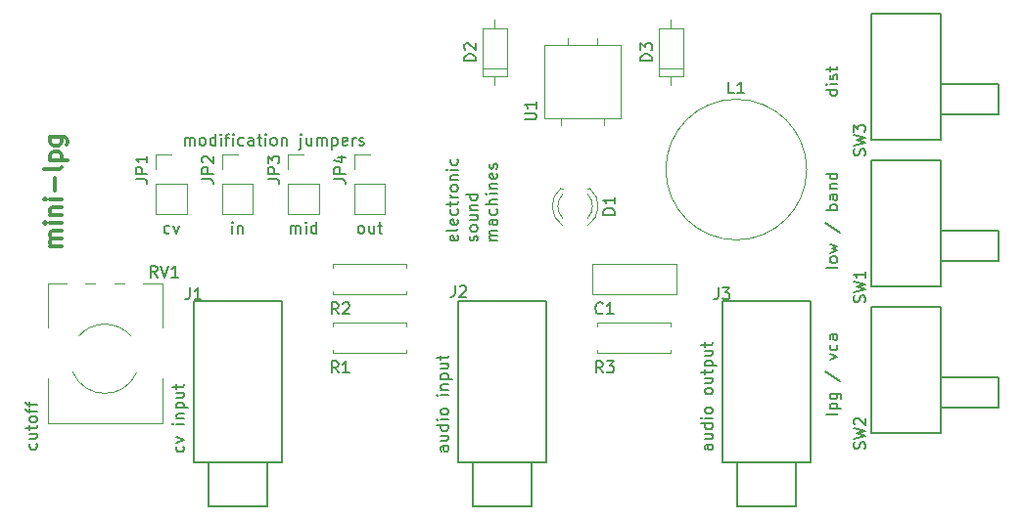
<source format=gto>
G04 #@! TF.FileFunction,Legend,Top*
%FSLAX46Y46*%
G04 Gerber Fmt 4.6, Leading zero omitted, Abs format (unit mm)*
G04 Created by KiCad (PCBNEW 4.0.7) date Monday 10 September 2018 20:38:50*
%MOMM*%
%LPD*%
G01*
G04 APERTURE LIST*
%ADD10C,0.100000*%
%ADD11C,0.200000*%
%ADD12C,0.300000*%
%ADD13C,0.120000*%
%ADD14C,0.150000*%
G04 APERTURE END LIST*
D10*
D11*
X170154762Y-59070952D02*
X170202381Y-59166190D01*
X170202381Y-59356667D01*
X170154762Y-59451905D01*
X170059524Y-59499524D01*
X169678571Y-59499524D01*
X169583333Y-59451905D01*
X169535714Y-59356667D01*
X169535714Y-59166190D01*
X169583333Y-59070952D01*
X169678571Y-59023333D01*
X169773810Y-59023333D01*
X169869048Y-59499524D01*
X170202381Y-58451905D02*
X170154762Y-58547143D01*
X170059524Y-58594762D01*
X169202381Y-58594762D01*
X170154762Y-57689999D02*
X170202381Y-57785237D01*
X170202381Y-57975714D01*
X170154762Y-58070952D01*
X170059524Y-58118571D01*
X169678571Y-58118571D01*
X169583333Y-58070952D01*
X169535714Y-57975714D01*
X169535714Y-57785237D01*
X169583333Y-57689999D01*
X169678571Y-57642380D01*
X169773810Y-57642380D01*
X169869048Y-58118571D01*
X170154762Y-56785237D02*
X170202381Y-56880475D01*
X170202381Y-57070952D01*
X170154762Y-57166190D01*
X170107143Y-57213809D01*
X170011905Y-57261428D01*
X169726190Y-57261428D01*
X169630952Y-57213809D01*
X169583333Y-57166190D01*
X169535714Y-57070952D01*
X169535714Y-56880475D01*
X169583333Y-56785237D01*
X169535714Y-56499523D02*
X169535714Y-56118571D01*
X169202381Y-56356666D02*
X170059524Y-56356666D01*
X170154762Y-56309047D01*
X170202381Y-56213809D01*
X170202381Y-56118571D01*
X170202381Y-55785237D02*
X169535714Y-55785237D01*
X169726190Y-55785237D02*
X169630952Y-55737618D01*
X169583333Y-55689999D01*
X169535714Y-55594761D01*
X169535714Y-55499522D01*
X170202381Y-55023332D02*
X170154762Y-55118570D01*
X170107143Y-55166189D01*
X170011905Y-55213808D01*
X169726190Y-55213808D01*
X169630952Y-55166189D01*
X169583333Y-55118570D01*
X169535714Y-55023332D01*
X169535714Y-54880474D01*
X169583333Y-54785236D01*
X169630952Y-54737617D01*
X169726190Y-54689998D01*
X170011905Y-54689998D01*
X170107143Y-54737617D01*
X170154762Y-54785236D01*
X170202381Y-54880474D01*
X170202381Y-55023332D01*
X169535714Y-54261427D02*
X170202381Y-54261427D01*
X169630952Y-54261427D02*
X169583333Y-54213808D01*
X169535714Y-54118570D01*
X169535714Y-53975712D01*
X169583333Y-53880474D01*
X169678571Y-53832855D01*
X170202381Y-53832855D01*
X170202381Y-53356665D02*
X169535714Y-53356665D01*
X169202381Y-53356665D02*
X169250000Y-53404284D01*
X169297619Y-53356665D01*
X169250000Y-53309046D01*
X169202381Y-53356665D01*
X169297619Y-53356665D01*
X170154762Y-52451903D02*
X170202381Y-52547141D01*
X170202381Y-52737618D01*
X170154762Y-52832856D01*
X170107143Y-52880475D01*
X170011905Y-52928094D01*
X169726190Y-52928094D01*
X169630952Y-52880475D01*
X169583333Y-52832856D01*
X169535714Y-52737618D01*
X169535714Y-52547141D01*
X169583333Y-52451903D01*
X171854762Y-59499524D02*
X171902381Y-59404286D01*
X171902381Y-59213810D01*
X171854762Y-59118571D01*
X171759524Y-59070952D01*
X171711905Y-59070952D01*
X171616667Y-59118571D01*
X171569048Y-59213810D01*
X171569048Y-59356667D01*
X171521429Y-59451905D01*
X171426190Y-59499524D01*
X171378571Y-59499524D01*
X171283333Y-59451905D01*
X171235714Y-59356667D01*
X171235714Y-59213810D01*
X171283333Y-59118571D01*
X171902381Y-58499524D02*
X171854762Y-58594762D01*
X171807143Y-58642381D01*
X171711905Y-58690000D01*
X171426190Y-58690000D01*
X171330952Y-58642381D01*
X171283333Y-58594762D01*
X171235714Y-58499524D01*
X171235714Y-58356666D01*
X171283333Y-58261428D01*
X171330952Y-58213809D01*
X171426190Y-58166190D01*
X171711905Y-58166190D01*
X171807143Y-58213809D01*
X171854762Y-58261428D01*
X171902381Y-58356666D01*
X171902381Y-58499524D01*
X171235714Y-57309047D02*
X171902381Y-57309047D01*
X171235714Y-57737619D02*
X171759524Y-57737619D01*
X171854762Y-57690000D01*
X171902381Y-57594762D01*
X171902381Y-57451904D01*
X171854762Y-57356666D01*
X171807143Y-57309047D01*
X171235714Y-56832857D02*
X171902381Y-56832857D01*
X171330952Y-56832857D02*
X171283333Y-56785238D01*
X171235714Y-56690000D01*
X171235714Y-56547142D01*
X171283333Y-56451904D01*
X171378571Y-56404285D01*
X171902381Y-56404285D01*
X171902381Y-55499523D02*
X170902381Y-55499523D01*
X171854762Y-55499523D02*
X171902381Y-55594761D01*
X171902381Y-55785238D01*
X171854762Y-55880476D01*
X171807143Y-55928095D01*
X171711905Y-55975714D01*
X171426190Y-55975714D01*
X171330952Y-55928095D01*
X171283333Y-55880476D01*
X171235714Y-55785238D01*
X171235714Y-55594761D01*
X171283333Y-55499523D01*
X173602381Y-59451905D02*
X172935714Y-59451905D01*
X173030952Y-59451905D02*
X172983333Y-59404286D01*
X172935714Y-59309048D01*
X172935714Y-59166190D01*
X172983333Y-59070952D01*
X173078571Y-59023333D01*
X173602381Y-59023333D01*
X173078571Y-59023333D02*
X172983333Y-58975714D01*
X172935714Y-58880476D01*
X172935714Y-58737619D01*
X172983333Y-58642381D01*
X173078571Y-58594762D01*
X173602381Y-58594762D01*
X173602381Y-57690000D02*
X173078571Y-57690000D01*
X172983333Y-57737619D01*
X172935714Y-57832857D01*
X172935714Y-58023334D01*
X172983333Y-58118572D01*
X173554762Y-57690000D02*
X173602381Y-57785238D01*
X173602381Y-58023334D01*
X173554762Y-58118572D01*
X173459524Y-58166191D01*
X173364286Y-58166191D01*
X173269048Y-58118572D01*
X173221429Y-58023334D01*
X173221429Y-57785238D01*
X173173810Y-57690000D01*
X173554762Y-56785238D02*
X173602381Y-56880476D01*
X173602381Y-57070953D01*
X173554762Y-57166191D01*
X173507143Y-57213810D01*
X173411905Y-57261429D01*
X173126190Y-57261429D01*
X173030952Y-57213810D01*
X172983333Y-57166191D01*
X172935714Y-57070953D01*
X172935714Y-56880476D01*
X172983333Y-56785238D01*
X173602381Y-56356667D02*
X172602381Y-56356667D01*
X173602381Y-55928095D02*
X173078571Y-55928095D01*
X172983333Y-55975714D01*
X172935714Y-56070952D01*
X172935714Y-56213810D01*
X172983333Y-56309048D01*
X173030952Y-56356667D01*
X173602381Y-55451905D02*
X172935714Y-55451905D01*
X172602381Y-55451905D02*
X172650000Y-55499524D01*
X172697619Y-55451905D01*
X172650000Y-55404286D01*
X172602381Y-55451905D01*
X172697619Y-55451905D01*
X172935714Y-54975715D02*
X173602381Y-54975715D01*
X173030952Y-54975715D02*
X172983333Y-54928096D01*
X172935714Y-54832858D01*
X172935714Y-54690000D01*
X172983333Y-54594762D01*
X173078571Y-54547143D01*
X173602381Y-54547143D01*
X173554762Y-53690000D02*
X173602381Y-53785238D01*
X173602381Y-53975715D01*
X173554762Y-54070953D01*
X173459524Y-54118572D01*
X173078571Y-54118572D01*
X172983333Y-54070953D01*
X172935714Y-53975715D01*
X172935714Y-53785238D01*
X172983333Y-53690000D01*
X173078571Y-53642381D01*
X173173810Y-53642381D01*
X173269048Y-54118572D01*
X173554762Y-53261429D02*
X173602381Y-53166191D01*
X173602381Y-52975715D01*
X173554762Y-52880476D01*
X173459524Y-52832857D01*
X173411905Y-52832857D01*
X173316667Y-52880476D01*
X173269048Y-52975715D01*
X173269048Y-53118572D01*
X173221429Y-53213810D01*
X173126190Y-53261429D01*
X173078571Y-53261429D01*
X172983333Y-53213810D01*
X172935714Y-53118572D01*
X172935714Y-52975715D01*
X172983333Y-52880476D01*
D12*
X135933571Y-59959286D02*
X134933571Y-59959286D01*
X135076429Y-59959286D02*
X135005000Y-59887858D01*
X134933571Y-59745000D01*
X134933571Y-59530715D01*
X135005000Y-59387858D01*
X135147857Y-59316429D01*
X135933571Y-59316429D01*
X135147857Y-59316429D02*
X135005000Y-59245000D01*
X134933571Y-59102143D01*
X134933571Y-58887858D01*
X135005000Y-58745000D01*
X135147857Y-58673572D01*
X135933571Y-58673572D01*
X135933571Y-57959286D02*
X134933571Y-57959286D01*
X134433571Y-57959286D02*
X134505000Y-58030715D01*
X134576429Y-57959286D01*
X134505000Y-57887858D01*
X134433571Y-57959286D01*
X134576429Y-57959286D01*
X134933571Y-57245000D02*
X135933571Y-57245000D01*
X135076429Y-57245000D02*
X135005000Y-57173572D01*
X134933571Y-57030714D01*
X134933571Y-56816429D01*
X135005000Y-56673572D01*
X135147857Y-56602143D01*
X135933571Y-56602143D01*
X135933571Y-55887857D02*
X134933571Y-55887857D01*
X134433571Y-55887857D02*
X134505000Y-55959286D01*
X134576429Y-55887857D01*
X134505000Y-55816429D01*
X134433571Y-55887857D01*
X134576429Y-55887857D01*
X135362143Y-55173571D02*
X135362143Y-54030714D01*
X135933571Y-53102142D02*
X135862143Y-53245000D01*
X135719286Y-53316428D01*
X134433571Y-53316428D01*
X134933571Y-52530714D02*
X136433571Y-52530714D01*
X135005000Y-52530714D02*
X134933571Y-52387857D01*
X134933571Y-52102143D01*
X135005000Y-51959286D01*
X135076429Y-51887857D01*
X135219286Y-51816428D01*
X135647857Y-51816428D01*
X135790714Y-51887857D01*
X135862143Y-51959286D01*
X135933571Y-52102143D01*
X135933571Y-52387857D01*
X135862143Y-52530714D01*
X134933571Y-50530714D02*
X136147857Y-50530714D01*
X136290714Y-50602143D01*
X136362143Y-50673571D01*
X136433571Y-50816428D01*
X136433571Y-51030714D01*
X136362143Y-51173571D01*
X135862143Y-50530714D02*
X135933571Y-50673571D01*
X135933571Y-50959285D01*
X135862143Y-51102143D01*
X135790714Y-51173571D01*
X135647857Y-51245000D01*
X135219286Y-51245000D01*
X135076429Y-51173571D01*
X135005000Y-51102143D01*
X134933571Y-50959285D01*
X134933571Y-50673571D01*
X135005000Y-50530714D01*
D11*
X203017381Y-46434285D02*
X202017381Y-46434285D01*
X202969762Y-46434285D02*
X203017381Y-46529523D01*
X203017381Y-46720000D01*
X202969762Y-46815238D01*
X202922143Y-46862857D01*
X202826905Y-46910476D01*
X202541190Y-46910476D01*
X202445952Y-46862857D01*
X202398333Y-46815238D01*
X202350714Y-46720000D01*
X202350714Y-46529523D01*
X202398333Y-46434285D01*
X203017381Y-45958095D02*
X202350714Y-45958095D01*
X202017381Y-45958095D02*
X202065000Y-46005714D01*
X202112619Y-45958095D01*
X202065000Y-45910476D01*
X202017381Y-45958095D01*
X202112619Y-45958095D01*
X202969762Y-45529524D02*
X203017381Y-45434286D01*
X203017381Y-45243810D01*
X202969762Y-45148571D01*
X202874524Y-45100952D01*
X202826905Y-45100952D01*
X202731667Y-45148571D01*
X202684048Y-45243810D01*
X202684048Y-45386667D01*
X202636429Y-45481905D01*
X202541190Y-45529524D01*
X202493571Y-45529524D01*
X202398333Y-45481905D01*
X202350714Y-45386667D01*
X202350714Y-45243810D01*
X202398333Y-45148571D01*
X202350714Y-44815238D02*
X202350714Y-44434286D01*
X202017381Y-44672381D02*
X202874524Y-44672381D01*
X202969762Y-44624762D01*
X203017381Y-44529524D01*
X203017381Y-44434286D01*
X203017381Y-61737382D02*
X202969762Y-61832620D01*
X202874524Y-61880239D01*
X202017381Y-61880239D01*
X203017381Y-61213572D02*
X202969762Y-61308810D01*
X202922143Y-61356429D01*
X202826905Y-61404048D01*
X202541190Y-61404048D01*
X202445952Y-61356429D01*
X202398333Y-61308810D01*
X202350714Y-61213572D01*
X202350714Y-61070714D01*
X202398333Y-60975476D01*
X202445952Y-60927857D01*
X202541190Y-60880238D01*
X202826905Y-60880238D01*
X202922143Y-60927857D01*
X202969762Y-60975476D01*
X203017381Y-61070714D01*
X203017381Y-61213572D01*
X202350714Y-60546905D02*
X203017381Y-60356429D01*
X202541190Y-60165952D01*
X203017381Y-59975476D01*
X202350714Y-59785000D01*
X201969762Y-57927857D02*
X203255476Y-58785000D01*
X203017381Y-56832619D02*
X202017381Y-56832619D01*
X202398333Y-56832619D02*
X202350714Y-56737381D01*
X202350714Y-56546904D01*
X202398333Y-56451666D01*
X202445952Y-56404047D01*
X202541190Y-56356428D01*
X202826905Y-56356428D01*
X202922143Y-56404047D01*
X202969762Y-56451666D01*
X203017381Y-56546904D01*
X203017381Y-56737381D01*
X202969762Y-56832619D01*
X203017381Y-55499285D02*
X202493571Y-55499285D01*
X202398333Y-55546904D01*
X202350714Y-55642142D01*
X202350714Y-55832619D01*
X202398333Y-55927857D01*
X202969762Y-55499285D02*
X203017381Y-55594523D01*
X203017381Y-55832619D01*
X202969762Y-55927857D01*
X202874524Y-55975476D01*
X202779286Y-55975476D01*
X202684048Y-55927857D01*
X202636429Y-55832619D01*
X202636429Y-55594523D01*
X202588810Y-55499285D01*
X202350714Y-55023095D02*
X203017381Y-55023095D01*
X202445952Y-55023095D02*
X202398333Y-54975476D01*
X202350714Y-54880238D01*
X202350714Y-54737380D01*
X202398333Y-54642142D01*
X202493571Y-54594523D01*
X203017381Y-54594523D01*
X203017381Y-53689761D02*
X202017381Y-53689761D01*
X202969762Y-53689761D02*
X203017381Y-53784999D01*
X203017381Y-53975476D01*
X202969762Y-54070714D01*
X202922143Y-54118333D01*
X202826905Y-54165952D01*
X202541190Y-54165952D01*
X202445952Y-54118333D01*
X202398333Y-54070714D01*
X202350714Y-53975476D01*
X202350714Y-53784999D01*
X202398333Y-53689761D01*
X203017381Y-74453334D02*
X202969762Y-74548572D01*
X202874524Y-74596191D01*
X202017381Y-74596191D01*
X202350714Y-74072381D02*
X203350714Y-74072381D01*
X202398333Y-74072381D02*
X202350714Y-73977143D01*
X202350714Y-73786666D01*
X202398333Y-73691428D01*
X202445952Y-73643809D01*
X202541190Y-73596190D01*
X202826905Y-73596190D01*
X202922143Y-73643809D01*
X202969762Y-73691428D01*
X203017381Y-73786666D01*
X203017381Y-73977143D01*
X202969762Y-74072381D01*
X202350714Y-72739047D02*
X203160238Y-72739047D01*
X203255476Y-72786666D01*
X203303095Y-72834285D01*
X203350714Y-72929524D01*
X203350714Y-73072381D01*
X203303095Y-73167619D01*
X202969762Y-72739047D02*
X203017381Y-72834285D01*
X203017381Y-73024762D01*
X202969762Y-73120000D01*
X202922143Y-73167619D01*
X202826905Y-73215238D01*
X202541190Y-73215238D01*
X202445952Y-73167619D01*
X202398333Y-73120000D01*
X202350714Y-73024762D01*
X202350714Y-72834285D01*
X202398333Y-72739047D01*
X201969762Y-70786666D02*
X203255476Y-71643809D01*
X202350714Y-69786666D02*
X203017381Y-69548571D01*
X202350714Y-69310475D01*
X202969762Y-68500951D02*
X203017381Y-68596189D01*
X203017381Y-68786666D01*
X202969762Y-68881904D01*
X202922143Y-68929523D01*
X202826905Y-68977142D01*
X202541190Y-68977142D01*
X202445952Y-68929523D01*
X202398333Y-68881904D01*
X202350714Y-68786666D01*
X202350714Y-68596189D01*
X202398333Y-68500951D01*
X203017381Y-67643808D02*
X202493571Y-67643808D01*
X202398333Y-67691427D01*
X202350714Y-67786665D01*
X202350714Y-67977142D01*
X202398333Y-68072380D01*
X202969762Y-67643808D02*
X203017381Y-67739046D01*
X203017381Y-67977142D01*
X202969762Y-68072380D01*
X202874524Y-68119999D01*
X202779286Y-68119999D01*
X202684048Y-68072380D01*
X202636429Y-67977142D01*
X202636429Y-67739046D01*
X202588810Y-67643808D01*
X133754762Y-77088810D02*
X133802381Y-77184048D01*
X133802381Y-77374525D01*
X133754762Y-77469763D01*
X133707143Y-77517382D01*
X133611905Y-77565001D01*
X133326190Y-77565001D01*
X133230952Y-77517382D01*
X133183333Y-77469763D01*
X133135714Y-77374525D01*
X133135714Y-77184048D01*
X133183333Y-77088810D01*
X133135714Y-76231667D02*
X133802381Y-76231667D01*
X133135714Y-76660239D02*
X133659524Y-76660239D01*
X133754762Y-76612620D01*
X133802381Y-76517382D01*
X133802381Y-76374524D01*
X133754762Y-76279286D01*
X133707143Y-76231667D01*
X133135714Y-75898334D02*
X133135714Y-75517382D01*
X132802381Y-75755477D02*
X133659524Y-75755477D01*
X133754762Y-75707858D01*
X133802381Y-75612620D01*
X133802381Y-75517382D01*
X133802381Y-75041191D02*
X133754762Y-75136429D01*
X133707143Y-75184048D01*
X133611905Y-75231667D01*
X133326190Y-75231667D01*
X133230952Y-75184048D01*
X133183333Y-75136429D01*
X133135714Y-75041191D01*
X133135714Y-74898333D01*
X133183333Y-74803095D01*
X133230952Y-74755476D01*
X133326190Y-74707857D01*
X133611905Y-74707857D01*
X133707143Y-74755476D01*
X133754762Y-74803095D01*
X133802381Y-74898333D01*
X133802381Y-75041191D01*
X133135714Y-74422143D02*
X133135714Y-74041191D01*
X133802381Y-74279286D02*
X132945238Y-74279286D01*
X132850000Y-74231667D01*
X132802381Y-74136429D01*
X132802381Y-74041191D01*
X133135714Y-73850714D02*
X133135714Y-73469762D01*
X133802381Y-73707857D02*
X132945238Y-73707857D01*
X132850000Y-73660238D01*
X132802381Y-73565000D01*
X132802381Y-73469762D01*
X192222381Y-77167857D02*
X191698571Y-77167857D01*
X191603333Y-77215476D01*
X191555714Y-77310714D01*
X191555714Y-77501191D01*
X191603333Y-77596429D01*
X192174762Y-77167857D02*
X192222381Y-77263095D01*
X192222381Y-77501191D01*
X192174762Y-77596429D01*
X192079524Y-77644048D01*
X191984286Y-77644048D01*
X191889048Y-77596429D01*
X191841429Y-77501191D01*
X191841429Y-77263095D01*
X191793810Y-77167857D01*
X191555714Y-76263095D02*
X192222381Y-76263095D01*
X191555714Y-76691667D02*
X192079524Y-76691667D01*
X192174762Y-76644048D01*
X192222381Y-76548810D01*
X192222381Y-76405952D01*
X192174762Y-76310714D01*
X192127143Y-76263095D01*
X192222381Y-75358333D02*
X191222381Y-75358333D01*
X192174762Y-75358333D02*
X192222381Y-75453571D01*
X192222381Y-75644048D01*
X192174762Y-75739286D01*
X192127143Y-75786905D01*
X192031905Y-75834524D01*
X191746190Y-75834524D01*
X191650952Y-75786905D01*
X191603333Y-75739286D01*
X191555714Y-75644048D01*
X191555714Y-75453571D01*
X191603333Y-75358333D01*
X192222381Y-74882143D02*
X191555714Y-74882143D01*
X191222381Y-74882143D02*
X191270000Y-74929762D01*
X191317619Y-74882143D01*
X191270000Y-74834524D01*
X191222381Y-74882143D01*
X191317619Y-74882143D01*
X192222381Y-74263096D02*
X192174762Y-74358334D01*
X192127143Y-74405953D01*
X192031905Y-74453572D01*
X191746190Y-74453572D01*
X191650952Y-74405953D01*
X191603333Y-74358334D01*
X191555714Y-74263096D01*
X191555714Y-74120238D01*
X191603333Y-74025000D01*
X191650952Y-73977381D01*
X191746190Y-73929762D01*
X192031905Y-73929762D01*
X192127143Y-73977381D01*
X192174762Y-74025000D01*
X192222381Y-74120238D01*
X192222381Y-74263096D01*
X192222381Y-72596429D02*
X192174762Y-72691667D01*
X192127143Y-72739286D01*
X192031905Y-72786905D01*
X191746190Y-72786905D01*
X191650952Y-72739286D01*
X191603333Y-72691667D01*
X191555714Y-72596429D01*
X191555714Y-72453571D01*
X191603333Y-72358333D01*
X191650952Y-72310714D01*
X191746190Y-72263095D01*
X192031905Y-72263095D01*
X192127143Y-72310714D01*
X192174762Y-72358333D01*
X192222381Y-72453571D01*
X192222381Y-72596429D01*
X191555714Y-71405952D02*
X192222381Y-71405952D01*
X191555714Y-71834524D02*
X192079524Y-71834524D01*
X192174762Y-71786905D01*
X192222381Y-71691667D01*
X192222381Y-71548809D01*
X192174762Y-71453571D01*
X192127143Y-71405952D01*
X191555714Y-71072619D02*
X191555714Y-70691667D01*
X191222381Y-70929762D02*
X192079524Y-70929762D01*
X192174762Y-70882143D01*
X192222381Y-70786905D01*
X192222381Y-70691667D01*
X191555714Y-70358333D02*
X192555714Y-70358333D01*
X191603333Y-70358333D02*
X191555714Y-70263095D01*
X191555714Y-70072618D01*
X191603333Y-69977380D01*
X191650952Y-69929761D01*
X191746190Y-69882142D01*
X192031905Y-69882142D01*
X192127143Y-69929761D01*
X192174762Y-69977380D01*
X192222381Y-70072618D01*
X192222381Y-70263095D01*
X192174762Y-70358333D01*
X191555714Y-69024999D02*
X192222381Y-69024999D01*
X191555714Y-69453571D02*
X192079524Y-69453571D01*
X192174762Y-69405952D01*
X192222381Y-69310714D01*
X192222381Y-69167856D01*
X192174762Y-69072618D01*
X192127143Y-69024999D01*
X191555714Y-68691666D02*
X191555714Y-68310714D01*
X191222381Y-68548809D02*
X192079524Y-68548809D01*
X192174762Y-68501190D01*
X192222381Y-68405952D01*
X192222381Y-68310714D01*
X169362381Y-77302857D02*
X168838571Y-77302857D01*
X168743333Y-77350476D01*
X168695714Y-77445714D01*
X168695714Y-77636191D01*
X168743333Y-77731429D01*
X169314762Y-77302857D02*
X169362381Y-77398095D01*
X169362381Y-77636191D01*
X169314762Y-77731429D01*
X169219524Y-77779048D01*
X169124286Y-77779048D01*
X169029048Y-77731429D01*
X168981429Y-77636191D01*
X168981429Y-77398095D01*
X168933810Y-77302857D01*
X168695714Y-76398095D02*
X169362381Y-76398095D01*
X168695714Y-76826667D02*
X169219524Y-76826667D01*
X169314762Y-76779048D01*
X169362381Y-76683810D01*
X169362381Y-76540952D01*
X169314762Y-76445714D01*
X169267143Y-76398095D01*
X169362381Y-75493333D02*
X168362381Y-75493333D01*
X169314762Y-75493333D02*
X169362381Y-75588571D01*
X169362381Y-75779048D01*
X169314762Y-75874286D01*
X169267143Y-75921905D01*
X169171905Y-75969524D01*
X168886190Y-75969524D01*
X168790952Y-75921905D01*
X168743333Y-75874286D01*
X168695714Y-75779048D01*
X168695714Y-75588571D01*
X168743333Y-75493333D01*
X169362381Y-75017143D02*
X168695714Y-75017143D01*
X168362381Y-75017143D02*
X168410000Y-75064762D01*
X168457619Y-75017143D01*
X168410000Y-74969524D01*
X168362381Y-75017143D01*
X168457619Y-75017143D01*
X169362381Y-74398096D02*
X169314762Y-74493334D01*
X169267143Y-74540953D01*
X169171905Y-74588572D01*
X168886190Y-74588572D01*
X168790952Y-74540953D01*
X168743333Y-74493334D01*
X168695714Y-74398096D01*
X168695714Y-74255238D01*
X168743333Y-74160000D01*
X168790952Y-74112381D01*
X168886190Y-74064762D01*
X169171905Y-74064762D01*
X169267143Y-74112381D01*
X169314762Y-74160000D01*
X169362381Y-74255238D01*
X169362381Y-74398096D01*
X169362381Y-72874286D02*
X168695714Y-72874286D01*
X168362381Y-72874286D02*
X168410000Y-72921905D01*
X168457619Y-72874286D01*
X168410000Y-72826667D01*
X168362381Y-72874286D01*
X168457619Y-72874286D01*
X168695714Y-72398096D02*
X169362381Y-72398096D01*
X168790952Y-72398096D02*
X168743333Y-72350477D01*
X168695714Y-72255239D01*
X168695714Y-72112381D01*
X168743333Y-72017143D01*
X168838571Y-71969524D01*
X169362381Y-71969524D01*
X168695714Y-71493334D02*
X169695714Y-71493334D01*
X168743333Y-71493334D02*
X168695714Y-71398096D01*
X168695714Y-71207619D01*
X168743333Y-71112381D01*
X168790952Y-71064762D01*
X168886190Y-71017143D01*
X169171905Y-71017143D01*
X169267143Y-71064762D01*
X169314762Y-71112381D01*
X169362381Y-71207619D01*
X169362381Y-71398096D01*
X169314762Y-71493334D01*
X168695714Y-70160000D02*
X169362381Y-70160000D01*
X168695714Y-70588572D02*
X169219524Y-70588572D01*
X169314762Y-70540953D01*
X169362381Y-70445715D01*
X169362381Y-70302857D01*
X169314762Y-70207619D01*
X169267143Y-70160000D01*
X168695714Y-69826667D02*
X168695714Y-69445715D01*
X168362381Y-69683810D02*
X169219524Y-69683810D01*
X169314762Y-69636191D01*
X169362381Y-69540953D01*
X169362381Y-69445715D01*
X146454762Y-77334762D02*
X146502381Y-77430000D01*
X146502381Y-77620477D01*
X146454762Y-77715715D01*
X146407143Y-77763334D01*
X146311905Y-77810953D01*
X146026190Y-77810953D01*
X145930952Y-77763334D01*
X145883333Y-77715715D01*
X145835714Y-77620477D01*
X145835714Y-77430000D01*
X145883333Y-77334762D01*
X145835714Y-77001429D02*
X146502381Y-76763334D01*
X145835714Y-76525238D01*
X146502381Y-75382381D02*
X145835714Y-75382381D01*
X145502381Y-75382381D02*
X145550000Y-75430000D01*
X145597619Y-75382381D01*
X145550000Y-75334762D01*
X145502381Y-75382381D01*
X145597619Y-75382381D01*
X145835714Y-74906191D02*
X146502381Y-74906191D01*
X145930952Y-74906191D02*
X145883333Y-74858572D01*
X145835714Y-74763334D01*
X145835714Y-74620476D01*
X145883333Y-74525238D01*
X145978571Y-74477619D01*
X146502381Y-74477619D01*
X145835714Y-74001429D02*
X146835714Y-74001429D01*
X145883333Y-74001429D02*
X145835714Y-73906191D01*
X145835714Y-73715714D01*
X145883333Y-73620476D01*
X145930952Y-73572857D01*
X146026190Y-73525238D01*
X146311905Y-73525238D01*
X146407143Y-73572857D01*
X146454762Y-73620476D01*
X146502381Y-73715714D01*
X146502381Y-73906191D01*
X146454762Y-74001429D01*
X145835714Y-72668095D02*
X146502381Y-72668095D01*
X145835714Y-73096667D02*
X146359524Y-73096667D01*
X146454762Y-73049048D01*
X146502381Y-72953810D01*
X146502381Y-72810952D01*
X146454762Y-72715714D01*
X146407143Y-72668095D01*
X145835714Y-72334762D02*
X145835714Y-71953810D01*
X145502381Y-72191905D02*
X146359524Y-72191905D01*
X146454762Y-72144286D01*
X146502381Y-72049048D01*
X146502381Y-71953810D01*
X161750476Y-58872381D02*
X161655238Y-58824762D01*
X161607619Y-58777143D01*
X161560000Y-58681905D01*
X161560000Y-58396190D01*
X161607619Y-58300952D01*
X161655238Y-58253333D01*
X161750476Y-58205714D01*
X161893334Y-58205714D01*
X161988572Y-58253333D01*
X162036191Y-58300952D01*
X162083810Y-58396190D01*
X162083810Y-58681905D01*
X162036191Y-58777143D01*
X161988572Y-58824762D01*
X161893334Y-58872381D01*
X161750476Y-58872381D01*
X162940953Y-58205714D02*
X162940953Y-58872381D01*
X162512381Y-58205714D02*
X162512381Y-58729524D01*
X162560000Y-58824762D01*
X162655238Y-58872381D01*
X162798096Y-58872381D01*
X162893334Y-58824762D01*
X162940953Y-58777143D01*
X163274286Y-58205714D02*
X163655238Y-58205714D01*
X163417143Y-57872381D02*
X163417143Y-58729524D01*
X163464762Y-58824762D01*
X163560000Y-58872381D01*
X163655238Y-58872381D01*
X155725953Y-58872381D02*
X155725953Y-58205714D01*
X155725953Y-58300952D02*
X155773572Y-58253333D01*
X155868810Y-58205714D01*
X156011668Y-58205714D01*
X156106906Y-58253333D01*
X156154525Y-58348571D01*
X156154525Y-58872381D01*
X156154525Y-58348571D02*
X156202144Y-58253333D01*
X156297382Y-58205714D01*
X156440239Y-58205714D01*
X156535477Y-58253333D01*
X156583096Y-58348571D01*
X156583096Y-58872381D01*
X157059286Y-58872381D02*
X157059286Y-58205714D01*
X157059286Y-57872381D02*
X157011667Y-57920000D01*
X157059286Y-57967619D01*
X157106905Y-57920000D01*
X157059286Y-57872381D01*
X157059286Y-57967619D01*
X157964048Y-58872381D02*
X157964048Y-57872381D01*
X157964048Y-58824762D02*
X157868810Y-58872381D01*
X157678333Y-58872381D01*
X157583095Y-58824762D01*
X157535476Y-58777143D01*
X157487857Y-58681905D01*
X157487857Y-58396190D01*
X157535476Y-58300952D01*
X157583095Y-58253333D01*
X157678333Y-58205714D01*
X157868810Y-58205714D01*
X157964048Y-58253333D01*
X150677619Y-58872381D02*
X150677619Y-58205714D01*
X150677619Y-57872381D02*
X150630000Y-57920000D01*
X150677619Y-57967619D01*
X150725238Y-57920000D01*
X150677619Y-57872381D01*
X150677619Y-57967619D01*
X151153809Y-58205714D02*
X151153809Y-58872381D01*
X151153809Y-58300952D02*
X151201428Y-58253333D01*
X151296666Y-58205714D01*
X151439524Y-58205714D01*
X151534762Y-58253333D01*
X151582381Y-58348571D01*
X151582381Y-58872381D01*
X145272143Y-58824762D02*
X145176905Y-58872381D01*
X144986428Y-58872381D01*
X144891190Y-58824762D01*
X144843571Y-58777143D01*
X144795952Y-58681905D01*
X144795952Y-58396190D01*
X144843571Y-58300952D01*
X144891190Y-58253333D01*
X144986428Y-58205714D01*
X145176905Y-58205714D01*
X145272143Y-58253333D01*
X145605476Y-58205714D02*
X145843571Y-58872381D01*
X146081667Y-58205714D01*
X146566905Y-51252381D02*
X146566905Y-50585714D01*
X146566905Y-50680952D02*
X146614524Y-50633333D01*
X146709762Y-50585714D01*
X146852620Y-50585714D01*
X146947858Y-50633333D01*
X146995477Y-50728571D01*
X146995477Y-51252381D01*
X146995477Y-50728571D02*
X147043096Y-50633333D01*
X147138334Y-50585714D01*
X147281191Y-50585714D01*
X147376429Y-50633333D01*
X147424048Y-50728571D01*
X147424048Y-51252381D01*
X148043095Y-51252381D02*
X147947857Y-51204762D01*
X147900238Y-51157143D01*
X147852619Y-51061905D01*
X147852619Y-50776190D01*
X147900238Y-50680952D01*
X147947857Y-50633333D01*
X148043095Y-50585714D01*
X148185953Y-50585714D01*
X148281191Y-50633333D01*
X148328810Y-50680952D01*
X148376429Y-50776190D01*
X148376429Y-51061905D01*
X148328810Y-51157143D01*
X148281191Y-51204762D01*
X148185953Y-51252381D01*
X148043095Y-51252381D01*
X149233572Y-51252381D02*
X149233572Y-50252381D01*
X149233572Y-51204762D02*
X149138334Y-51252381D01*
X148947857Y-51252381D01*
X148852619Y-51204762D01*
X148805000Y-51157143D01*
X148757381Y-51061905D01*
X148757381Y-50776190D01*
X148805000Y-50680952D01*
X148852619Y-50633333D01*
X148947857Y-50585714D01*
X149138334Y-50585714D01*
X149233572Y-50633333D01*
X149709762Y-51252381D02*
X149709762Y-50585714D01*
X149709762Y-50252381D02*
X149662143Y-50300000D01*
X149709762Y-50347619D01*
X149757381Y-50300000D01*
X149709762Y-50252381D01*
X149709762Y-50347619D01*
X150043095Y-50585714D02*
X150424047Y-50585714D01*
X150185952Y-51252381D02*
X150185952Y-50395238D01*
X150233571Y-50300000D01*
X150328809Y-50252381D01*
X150424047Y-50252381D01*
X150757381Y-51252381D02*
X150757381Y-50585714D01*
X150757381Y-50252381D02*
X150709762Y-50300000D01*
X150757381Y-50347619D01*
X150805000Y-50300000D01*
X150757381Y-50252381D01*
X150757381Y-50347619D01*
X151662143Y-51204762D02*
X151566905Y-51252381D01*
X151376428Y-51252381D01*
X151281190Y-51204762D01*
X151233571Y-51157143D01*
X151185952Y-51061905D01*
X151185952Y-50776190D01*
X151233571Y-50680952D01*
X151281190Y-50633333D01*
X151376428Y-50585714D01*
X151566905Y-50585714D01*
X151662143Y-50633333D01*
X152519286Y-51252381D02*
X152519286Y-50728571D01*
X152471667Y-50633333D01*
X152376429Y-50585714D01*
X152185952Y-50585714D01*
X152090714Y-50633333D01*
X152519286Y-51204762D02*
X152424048Y-51252381D01*
X152185952Y-51252381D01*
X152090714Y-51204762D01*
X152043095Y-51109524D01*
X152043095Y-51014286D01*
X152090714Y-50919048D01*
X152185952Y-50871429D01*
X152424048Y-50871429D01*
X152519286Y-50823810D01*
X152852619Y-50585714D02*
X153233571Y-50585714D01*
X152995476Y-50252381D02*
X152995476Y-51109524D01*
X153043095Y-51204762D01*
X153138333Y-51252381D01*
X153233571Y-51252381D01*
X153566905Y-51252381D02*
X153566905Y-50585714D01*
X153566905Y-50252381D02*
X153519286Y-50300000D01*
X153566905Y-50347619D01*
X153614524Y-50300000D01*
X153566905Y-50252381D01*
X153566905Y-50347619D01*
X154185952Y-51252381D02*
X154090714Y-51204762D01*
X154043095Y-51157143D01*
X153995476Y-51061905D01*
X153995476Y-50776190D01*
X154043095Y-50680952D01*
X154090714Y-50633333D01*
X154185952Y-50585714D01*
X154328810Y-50585714D01*
X154424048Y-50633333D01*
X154471667Y-50680952D01*
X154519286Y-50776190D01*
X154519286Y-51061905D01*
X154471667Y-51157143D01*
X154424048Y-51204762D01*
X154328810Y-51252381D01*
X154185952Y-51252381D01*
X154947857Y-50585714D02*
X154947857Y-51252381D01*
X154947857Y-50680952D02*
X154995476Y-50633333D01*
X155090714Y-50585714D01*
X155233572Y-50585714D01*
X155328810Y-50633333D01*
X155376429Y-50728571D01*
X155376429Y-51252381D01*
X156614524Y-50585714D02*
X156614524Y-51442857D01*
X156566905Y-51538095D01*
X156471667Y-51585714D01*
X156424048Y-51585714D01*
X156614524Y-50252381D02*
X156566905Y-50300000D01*
X156614524Y-50347619D01*
X156662143Y-50300000D01*
X156614524Y-50252381D01*
X156614524Y-50347619D01*
X157519286Y-50585714D02*
X157519286Y-51252381D01*
X157090714Y-50585714D02*
X157090714Y-51109524D01*
X157138333Y-51204762D01*
X157233571Y-51252381D01*
X157376429Y-51252381D01*
X157471667Y-51204762D01*
X157519286Y-51157143D01*
X157995476Y-51252381D02*
X157995476Y-50585714D01*
X157995476Y-50680952D02*
X158043095Y-50633333D01*
X158138333Y-50585714D01*
X158281191Y-50585714D01*
X158376429Y-50633333D01*
X158424048Y-50728571D01*
X158424048Y-51252381D01*
X158424048Y-50728571D02*
X158471667Y-50633333D01*
X158566905Y-50585714D01*
X158709762Y-50585714D01*
X158805000Y-50633333D01*
X158852619Y-50728571D01*
X158852619Y-51252381D01*
X159328809Y-50585714D02*
X159328809Y-51585714D01*
X159328809Y-50633333D02*
X159424047Y-50585714D01*
X159614524Y-50585714D01*
X159709762Y-50633333D01*
X159757381Y-50680952D01*
X159805000Y-50776190D01*
X159805000Y-51061905D01*
X159757381Y-51157143D01*
X159709762Y-51204762D01*
X159614524Y-51252381D01*
X159424047Y-51252381D01*
X159328809Y-51204762D01*
X160614524Y-51204762D02*
X160519286Y-51252381D01*
X160328809Y-51252381D01*
X160233571Y-51204762D01*
X160185952Y-51109524D01*
X160185952Y-50728571D01*
X160233571Y-50633333D01*
X160328809Y-50585714D01*
X160519286Y-50585714D01*
X160614524Y-50633333D01*
X160662143Y-50728571D01*
X160662143Y-50823810D01*
X160185952Y-50919048D01*
X161090714Y-51252381D02*
X161090714Y-50585714D01*
X161090714Y-50776190D02*
X161138333Y-50680952D01*
X161185952Y-50633333D01*
X161281190Y-50585714D01*
X161376429Y-50585714D01*
X161662143Y-51204762D02*
X161757381Y-51252381D01*
X161947857Y-51252381D01*
X162043096Y-51204762D01*
X162090715Y-51109524D01*
X162090715Y-51061905D01*
X162043096Y-50966667D01*
X161947857Y-50919048D01*
X161805000Y-50919048D01*
X161709762Y-50871429D01*
X161662143Y-50776190D01*
X161662143Y-50728571D01*
X161709762Y-50633333D01*
X161805000Y-50585714D01*
X161947857Y-50585714D01*
X162043096Y-50633333D01*
D13*
X189120000Y-64175000D02*
X181800000Y-64175000D01*
X189120000Y-61555000D02*
X181800000Y-61555000D01*
X189120000Y-64175000D02*
X189120000Y-61555000D01*
X181800000Y-64175000D02*
X181800000Y-61555000D01*
X181418608Y-58187335D02*
G75*
G03X181575516Y-54955000I-1078608J1672335D01*
G01*
X179261392Y-58187335D02*
G75*
G02X179104484Y-54955000I1078608J1672335D01*
G01*
X181419837Y-57556130D02*
G75*
G03X181420000Y-55474039I-1079837J1041130D01*
G01*
X179260163Y-57556130D02*
G75*
G02X179260000Y-55474039I1079837J1041130D01*
G01*
X181576000Y-54955000D02*
X181420000Y-54955000D01*
X179260000Y-54955000D02*
X179104000Y-54955000D01*
D14*
X148590000Y-78740000D02*
X148590000Y-82550000D01*
X148590000Y-82550000D02*
X153670000Y-82550000D01*
X153670000Y-82550000D02*
X153670000Y-78740000D01*
X154940000Y-78740000D02*
X147320000Y-78740000D01*
X147320000Y-78740000D02*
X147320000Y-64770000D01*
X147320000Y-64770000D02*
X154940000Y-64770000D01*
X154940000Y-64770000D02*
X154940000Y-78740000D01*
X171450000Y-78740000D02*
X171450000Y-82550000D01*
X171450000Y-82550000D02*
X176530000Y-82550000D01*
X176530000Y-82550000D02*
X176530000Y-78740000D01*
X177800000Y-78740000D02*
X170180000Y-78740000D01*
X170180000Y-78740000D02*
X170180000Y-64770000D01*
X170180000Y-64770000D02*
X177800000Y-64770000D01*
X177800000Y-64770000D02*
X177800000Y-78740000D01*
X194310000Y-78740000D02*
X194310000Y-82550000D01*
X194310000Y-82550000D02*
X199390000Y-82550000D01*
X199390000Y-82550000D02*
X199390000Y-78740000D01*
X200660000Y-78740000D02*
X193040000Y-78740000D01*
X193040000Y-78740000D02*
X193040000Y-64770000D01*
X193040000Y-64770000D02*
X200660000Y-64770000D01*
X200660000Y-64770000D02*
X200660000Y-78740000D01*
D13*
X165770000Y-68925000D02*
X165770000Y-69255000D01*
X165770000Y-69255000D02*
X159350000Y-69255000D01*
X159350000Y-69255000D02*
X159350000Y-68925000D01*
X165770000Y-66965000D02*
X165770000Y-66635000D01*
X165770000Y-66635000D02*
X159350000Y-66635000D01*
X159350000Y-66635000D02*
X159350000Y-66965000D01*
X165770000Y-63845000D02*
X165770000Y-64175000D01*
X165770000Y-64175000D02*
X159350000Y-64175000D01*
X159350000Y-64175000D02*
X159350000Y-63845000D01*
X165770000Y-61885000D02*
X165770000Y-61555000D01*
X165770000Y-61555000D02*
X159350000Y-61555000D01*
X159350000Y-61555000D02*
X159350000Y-61885000D01*
X182210000Y-66965000D02*
X182210000Y-66635000D01*
X182210000Y-66635000D02*
X188630000Y-66635000D01*
X188630000Y-66635000D02*
X188630000Y-66965000D01*
X182210000Y-68925000D02*
X182210000Y-69255000D01*
X182210000Y-69255000D02*
X188630000Y-69255000D01*
X188630000Y-69255000D02*
X188630000Y-68925000D01*
X179080000Y-49470000D02*
X179080000Y-48870000D01*
X182870000Y-48870000D02*
X182870000Y-49470000D01*
X182220000Y-41920000D02*
X182220000Y-42570000D01*
X179670000Y-42570000D02*
X179670000Y-41920000D01*
X177670000Y-48870000D02*
X177670000Y-42570000D01*
X177670000Y-42570000D02*
X184270000Y-42570000D01*
X184270000Y-42570000D02*
X184270000Y-48870000D01*
X184270000Y-48870000D02*
X177670000Y-48870000D01*
X200360000Y-53340000D02*
G75*
G03X200360000Y-53340000I-6090000J0D01*
G01*
D14*
X211970000Y-61300000D02*
X216970000Y-61300000D01*
X216970000Y-61300000D02*
X216970000Y-58600000D01*
X216970000Y-58600000D02*
X211970000Y-58600000D01*
X205970000Y-63500000D02*
X205970000Y-52500000D01*
X205970000Y-52500000D02*
X211970000Y-52500000D01*
X211970000Y-63500000D02*
X211970000Y-52500000D01*
X205970000Y-63500000D02*
X211970000Y-63500000D01*
X211970000Y-74000000D02*
X216970000Y-74000000D01*
X216970000Y-74000000D02*
X216970000Y-71300000D01*
X216970000Y-71300000D02*
X211970000Y-71300000D01*
X205970000Y-76200000D02*
X205970000Y-65200000D01*
X205970000Y-65200000D02*
X211970000Y-65200000D01*
X211970000Y-76200000D02*
X211970000Y-65200000D01*
X205970000Y-76200000D02*
X211970000Y-76200000D01*
X211970000Y-48600000D02*
X216970000Y-48600000D01*
X216970000Y-48600000D02*
X216970000Y-45900000D01*
X216970000Y-45900000D02*
X211970000Y-45900000D01*
X205970000Y-50800000D02*
X205970000Y-39800000D01*
X205970000Y-39800000D02*
X211970000Y-39800000D01*
X211970000Y-50800000D02*
X211970000Y-39800000D01*
X205970000Y-50800000D02*
X211970000Y-50800000D01*
D13*
X144085000Y-57210000D02*
X146745000Y-57210000D01*
X144085000Y-54610000D02*
X144085000Y-57210000D01*
X146745000Y-54610000D02*
X146745000Y-57210000D01*
X144085000Y-54610000D02*
X146745000Y-54610000D01*
X144085000Y-53340000D02*
X144085000Y-52010000D01*
X144085000Y-52010000D02*
X145415000Y-52010000D01*
X149800000Y-57210000D02*
X152460000Y-57210000D01*
X149800000Y-54610000D02*
X149800000Y-57210000D01*
X152460000Y-54610000D02*
X152460000Y-57210000D01*
X149800000Y-54610000D02*
X152460000Y-54610000D01*
X149800000Y-53340000D02*
X149800000Y-52010000D01*
X149800000Y-52010000D02*
X151130000Y-52010000D01*
X155515000Y-57210000D02*
X158175000Y-57210000D01*
X155515000Y-54610000D02*
X155515000Y-57210000D01*
X158175000Y-54610000D02*
X158175000Y-57210000D01*
X155515000Y-54610000D02*
X158175000Y-54610000D01*
X155515000Y-53340000D02*
X155515000Y-52010000D01*
X155515000Y-52010000D02*
X156845000Y-52010000D01*
X161230000Y-57210000D02*
X163890000Y-57210000D01*
X161230000Y-54610000D02*
X161230000Y-57210000D01*
X163890000Y-54610000D02*
X163890000Y-57210000D01*
X161230000Y-54610000D02*
X163890000Y-54610000D01*
X161230000Y-53340000D02*
X161230000Y-52010000D01*
X161230000Y-52010000D02*
X162560000Y-52010000D01*
X142422432Y-70901982D02*
G75*
G02X136898000Y-70903000I-2762432J1171982D01*
G01*
X137362247Y-67801705D02*
G75*
G02X141958000Y-67802000I2297753J-1928295D01*
G01*
X144621000Y-63170000D02*
X144621000Y-67036000D01*
X144621000Y-71425000D02*
X144621000Y-75290000D01*
X134700000Y-63170000D02*
X134700000Y-67036000D01*
X134700000Y-71425000D02*
X134700000Y-75290000D01*
X144621000Y-63170000D02*
X142985000Y-63170000D01*
X141335000Y-63170000D02*
X140485000Y-63170000D01*
X138835000Y-63170000D02*
X137985000Y-63170000D01*
X136335000Y-63170000D02*
X134700000Y-63170000D01*
X144621000Y-75290000D02*
X134700000Y-75290000D01*
X172295000Y-45240000D02*
X174415000Y-45240000D01*
X174415000Y-45240000D02*
X174415000Y-41120000D01*
X174415000Y-41120000D02*
X172295000Y-41120000D01*
X172295000Y-41120000D02*
X172295000Y-45240000D01*
X173355000Y-46010000D02*
X173355000Y-45240000D01*
X173355000Y-40350000D02*
X173355000Y-41120000D01*
X172295000Y-44580000D02*
X174415000Y-44580000D01*
X187535000Y-45240000D02*
X189655000Y-45240000D01*
X189655000Y-45240000D02*
X189655000Y-41120000D01*
X189655000Y-41120000D02*
X187535000Y-41120000D01*
X187535000Y-41120000D02*
X187535000Y-45240000D01*
X188595000Y-46010000D02*
X188595000Y-45240000D01*
X188595000Y-40350000D02*
X188595000Y-41120000D01*
X187535000Y-44580000D02*
X189655000Y-44580000D01*
D14*
X182713334Y-65762143D02*
X182665715Y-65809762D01*
X182522858Y-65857381D01*
X182427620Y-65857381D01*
X182284762Y-65809762D01*
X182189524Y-65714524D01*
X182141905Y-65619286D01*
X182094286Y-65428810D01*
X182094286Y-65285952D01*
X182141905Y-65095476D01*
X182189524Y-65000238D01*
X182284762Y-64905000D01*
X182427620Y-64857381D01*
X182522858Y-64857381D01*
X182665715Y-64905000D01*
X182713334Y-64952619D01*
X183665715Y-65857381D02*
X183094286Y-65857381D01*
X183380000Y-65857381D02*
X183380000Y-64857381D01*
X183284762Y-65000238D01*
X183189524Y-65095476D01*
X183094286Y-65143095D01*
X183752381Y-57253095D02*
X182752381Y-57253095D01*
X182752381Y-57015000D01*
X182800000Y-56872142D01*
X182895238Y-56776904D01*
X182990476Y-56729285D01*
X183180952Y-56681666D01*
X183323810Y-56681666D01*
X183514286Y-56729285D01*
X183609524Y-56776904D01*
X183704762Y-56872142D01*
X183752381Y-57015000D01*
X183752381Y-57253095D01*
X183752381Y-55729285D02*
X183752381Y-56300714D01*
X183752381Y-56015000D02*
X182752381Y-56015000D01*
X182895238Y-56110238D01*
X182990476Y-56205476D01*
X183038095Y-56300714D01*
X146986667Y-63587381D02*
X146986667Y-64301667D01*
X146939047Y-64444524D01*
X146843809Y-64539762D01*
X146700952Y-64587381D01*
X146605714Y-64587381D01*
X147986667Y-64587381D02*
X147415238Y-64587381D01*
X147700952Y-64587381D02*
X147700952Y-63587381D01*
X147605714Y-63730238D01*
X147510476Y-63825476D01*
X147415238Y-63873095D01*
X169929524Y-63382381D02*
X169929524Y-64096667D01*
X169881904Y-64239524D01*
X169786666Y-64334762D01*
X169643809Y-64382381D01*
X169548571Y-64382381D01*
X170358095Y-63477619D02*
X170405714Y-63430000D01*
X170500952Y-63382381D01*
X170739048Y-63382381D01*
X170834286Y-63430000D01*
X170881905Y-63477619D01*
X170929524Y-63572857D01*
X170929524Y-63668095D01*
X170881905Y-63810952D01*
X170310476Y-64382381D01*
X170929524Y-64382381D01*
X192706667Y-63587381D02*
X192706667Y-64301667D01*
X192659047Y-64444524D01*
X192563809Y-64539762D01*
X192420952Y-64587381D01*
X192325714Y-64587381D01*
X193087619Y-63587381D02*
X193706667Y-63587381D01*
X193373333Y-63968333D01*
X193516191Y-63968333D01*
X193611429Y-64015952D01*
X193659048Y-64063571D01*
X193706667Y-64158810D01*
X193706667Y-64396905D01*
X193659048Y-64492143D01*
X193611429Y-64539762D01*
X193516191Y-64587381D01*
X193230476Y-64587381D01*
X193135238Y-64539762D01*
X193087619Y-64492143D01*
X159853334Y-70937381D02*
X159520000Y-70461190D01*
X159281905Y-70937381D02*
X159281905Y-69937381D01*
X159662858Y-69937381D01*
X159758096Y-69985000D01*
X159805715Y-70032619D01*
X159853334Y-70127857D01*
X159853334Y-70270714D01*
X159805715Y-70365952D01*
X159758096Y-70413571D01*
X159662858Y-70461190D01*
X159281905Y-70461190D01*
X160805715Y-70937381D02*
X160234286Y-70937381D01*
X160520000Y-70937381D02*
X160520000Y-69937381D01*
X160424762Y-70080238D01*
X160329524Y-70175476D01*
X160234286Y-70223095D01*
X159853334Y-65857381D02*
X159520000Y-65381190D01*
X159281905Y-65857381D02*
X159281905Y-64857381D01*
X159662858Y-64857381D01*
X159758096Y-64905000D01*
X159805715Y-64952619D01*
X159853334Y-65047857D01*
X159853334Y-65190714D01*
X159805715Y-65285952D01*
X159758096Y-65333571D01*
X159662858Y-65381190D01*
X159281905Y-65381190D01*
X160234286Y-64952619D02*
X160281905Y-64905000D01*
X160377143Y-64857381D01*
X160615239Y-64857381D01*
X160710477Y-64905000D01*
X160758096Y-64952619D01*
X160805715Y-65047857D01*
X160805715Y-65143095D01*
X160758096Y-65285952D01*
X160186667Y-65857381D01*
X160805715Y-65857381D01*
X182713334Y-70937381D02*
X182380000Y-70461190D01*
X182141905Y-70937381D02*
X182141905Y-69937381D01*
X182522858Y-69937381D01*
X182618096Y-69985000D01*
X182665715Y-70032619D01*
X182713334Y-70127857D01*
X182713334Y-70270714D01*
X182665715Y-70365952D01*
X182618096Y-70413571D01*
X182522858Y-70461190D01*
X182141905Y-70461190D01*
X183046667Y-69937381D02*
X183665715Y-69937381D01*
X183332381Y-70318333D01*
X183475239Y-70318333D01*
X183570477Y-70365952D01*
X183618096Y-70413571D01*
X183665715Y-70508810D01*
X183665715Y-70746905D01*
X183618096Y-70842143D01*
X183570477Y-70889762D01*
X183475239Y-70937381D01*
X183189524Y-70937381D01*
X183094286Y-70889762D01*
X183046667Y-70842143D01*
X175982381Y-49021905D02*
X176791905Y-49021905D01*
X176887143Y-48974286D01*
X176934762Y-48926667D01*
X176982381Y-48831429D01*
X176982381Y-48640952D01*
X176934762Y-48545714D01*
X176887143Y-48498095D01*
X176791905Y-48450476D01*
X175982381Y-48450476D01*
X176982381Y-47450476D02*
X176982381Y-48021905D01*
X176982381Y-47736191D02*
X175982381Y-47736191D01*
X176125238Y-47831429D01*
X176220476Y-47926667D01*
X176268095Y-48021905D01*
X194103334Y-46732381D02*
X193627143Y-46732381D01*
X193627143Y-45732381D01*
X194960477Y-46732381D02*
X194389048Y-46732381D01*
X194674762Y-46732381D02*
X194674762Y-45732381D01*
X194579524Y-45875238D01*
X194484286Y-45970476D01*
X194389048Y-46018095D01*
X205374762Y-64833333D02*
X205422381Y-64690476D01*
X205422381Y-64452380D01*
X205374762Y-64357142D01*
X205327143Y-64309523D01*
X205231905Y-64261904D01*
X205136667Y-64261904D01*
X205041429Y-64309523D01*
X204993810Y-64357142D01*
X204946190Y-64452380D01*
X204898571Y-64642857D01*
X204850952Y-64738095D01*
X204803333Y-64785714D01*
X204708095Y-64833333D01*
X204612857Y-64833333D01*
X204517619Y-64785714D01*
X204470000Y-64738095D01*
X204422381Y-64642857D01*
X204422381Y-64404761D01*
X204470000Y-64261904D01*
X204422381Y-63928571D02*
X205422381Y-63690476D01*
X204708095Y-63499999D01*
X205422381Y-63309523D01*
X204422381Y-63071428D01*
X205422381Y-62166666D02*
X205422381Y-62738095D01*
X205422381Y-62452381D02*
X204422381Y-62452381D01*
X204565238Y-62547619D01*
X204660476Y-62642857D01*
X204708095Y-62738095D01*
X205374762Y-77533333D02*
X205422381Y-77390476D01*
X205422381Y-77152380D01*
X205374762Y-77057142D01*
X205327143Y-77009523D01*
X205231905Y-76961904D01*
X205136667Y-76961904D01*
X205041429Y-77009523D01*
X204993810Y-77057142D01*
X204946190Y-77152380D01*
X204898571Y-77342857D01*
X204850952Y-77438095D01*
X204803333Y-77485714D01*
X204708095Y-77533333D01*
X204612857Y-77533333D01*
X204517619Y-77485714D01*
X204470000Y-77438095D01*
X204422381Y-77342857D01*
X204422381Y-77104761D01*
X204470000Y-76961904D01*
X204422381Y-76628571D02*
X205422381Y-76390476D01*
X204708095Y-76199999D01*
X205422381Y-76009523D01*
X204422381Y-75771428D01*
X204517619Y-75438095D02*
X204470000Y-75390476D01*
X204422381Y-75295238D01*
X204422381Y-75057142D01*
X204470000Y-74961904D01*
X204517619Y-74914285D01*
X204612857Y-74866666D01*
X204708095Y-74866666D01*
X204850952Y-74914285D01*
X205422381Y-75485714D01*
X205422381Y-74866666D01*
X205374762Y-52133333D02*
X205422381Y-51990476D01*
X205422381Y-51752380D01*
X205374762Y-51657142D01*
X205327143Y-51609523D01*
X205231905Y-51561904D01*
X205136667Y-51561904D01*
X205041429Y-51609523D01*
X204993810Y-51657142D01*
X204946190Y-51752380D01*
X204898571Y-51942857D01*
X204850952Y-52038095D01*
X204803333Y-52085714D01*
X204708095Y-52133333D01*
X204612857Y-52133333D01*
X204517619Y-52085714D01*
X204470000Y-52038095D01*
X204422381Y-51942857D01*
X204422381Y-51704761D01*
X204470000Y-51561904D01*
X204422381Y-51228571D02*
X205422381Y-50990476D01*
X204708095Y-50799999D01*
X205422381Y-50609523D01*
X204422381Y-50371428D01*
X204422381Y-50085714D02*
X204422381Y-49466666D01*
X204803333Y-49800000D01*
X204803333Y-49657142D01*
X204850952Y-49561904D01*
X204898571Y-49514285D01*
X204993810Y-49466666D01*
X205231905Y-49466666D01*
X205327143Y-49514285D01*
X205374762Y-49561904D01*
X205422381Y-49657142D01*
X205422381Y-49942857D01*
X205374762Y-50038095D01*
X205327143Y-50085714D01*
X142327381Y-54173333D02*
X143041667Y-54173333D01*
X143184524Y-54220953D01*
X143279762Y-54316191D01*
X143327381Y-54459048D01*
X143327381Y-54554286D01*
X143327381Y-53697143D02*
X142327381Y-53697143D01*
X142327381Y-53316190D01*
X142375000Y-53220952D01*
X142422619Y-53173333D01*
X142517857Y-53125714D01*
X142660714Y-53125714D01*
X142755952Y-53173333D01*
X142803571Y-53220952D01*
X142851190Y-53316190D01*
X142851190Y-53697143D01*
X143327381Y-52173333D02*
X143327381Y-52744762D01*
X143327381Y-52459048D02*
X142327381Y-52459048D01*
X142470238Y-52554286D01*
X142565476Y-52649524D01*
X142613095Y-52744762D01*
X148042381Y-54173333D02*
X148756667Y-54173333D01*
X148899524Y-54220953D01*
X148994762Y-54316191D01*
X149042381Y-54459048D01*
X149042381Y-54554286D01*
X149042381Y-53697143D02*
X148042381Y-53697143D01*
X148042381Y-53316190D01*
X148090000Y-53220952D01*
X148137619Y-53173333D01*
X148232857Y-53125714D01*
X148375714Y-53125714D01*
X148470952Y-53173333D01*
X148518571Y-53220952D01*
X148566190Y-53316190D01*
X148566190Y-53697143D01*
X148137619Y-52744762D02*
X148090000Y-52697143D01*
X148042381Y-52601905D01*
X148042381Y-52363809D01*
X148090000Y-52268571D01*
X148137619Y-52220952D01*
X148232857Y-52173333D01*
X148328095Y-52173333D01*
X148470952Y-52220952D01*
X149042381Y-52792381D01*
X149042381Y-52173333D01*
X153757381Y-54173333D02*
X154471667Y-54173333D01*
X154614524Y-54220953D01*
X154709762Y-54316191D01*
X154757381Y-54459048D01*
X154757381Y-54554286D01*
X154757381Y-53697143D02*
X153757381Y-53697143D01*
X153757381Y-53316190D01*
X153805000Y-53220952D01*
X153852619Y-53173333D01*
X153947857Y-53125714D01*
X154090714Y-53125714D01*
X154185952Y-53173333D01*
X154233571Y-53220952D01*
X154281190Y-53316190D01*
X154281190Y-53697143D01*
X153757381Y-52792381D02*
X153757381Y-52173333D01*
X154138333Y-52506667D01*
X154138333Y-52363809D01*
X154185952Y-52268571D01*
X154233571Y-52220952D01*
X154328810Y-52173333D01*
X154566905Y-52173333D01*
X154662143Y-52220952D01*
X154709762Y-52268571D01*
X154757381Y-52363809D01*
X154757381Y-52649524D01*
X154709762Y-52744762D01*
X154662143Y-52792381D01*
X159472381Y-54173333D02*
X160186667Y-54173333D01*
X160329524Y-54220953D01*
X160424762Y-54316191D01*
X160472381Y-54459048D01*
X160472381Y-54554286D01*
X160472381Y-53697143D02*
X159472381Y-53697143D01*
X159472381Y-53316190D01*
X159520000Y-53220952D01*
X159567619Y-53173333D01*
X159662857Y-53125714D01*
X159805714Y-53125714D01*
X159900952Y-53173333D01*
X159948571Y-53220952D01*
X159996190Y-53316190D01*
X159996190Y-53697143D01*
X159805714Y-52268571D02*
X160472381Y-52268571D01*
X159424762Y-52506667D02*
X160139048Y-52744762D01*
X160139048Y-52125714D01*
X144184762Y-62682381D02*
X143851428Y-62206190D01*
X143613333Y-62682381D02*
X143613333Y-61682381D01*
X143994286Y-61682381D01*
X144089524Y-61730000D01*
X144137143Y-61777619D01*
X144184762Y-61872857D01*
X144184762Y-62015714D01*
X144137143Y-62110952D01*
X144089524Y-62158571D01*
X143994286Y-62206190D01*
X143613333Y-62206190D01*
X144470476Y-61682381D02*
X144803809Y-62682381D01*
X145137143Y-61682381D01*
X145994286Y-62682381D02*
X145422857Y-62682381D01*
X145708571Y-62682381D02*
X145708571Y-61682381D01*
X145613333Y-61825238D01*
X145518095Y-61920476D01*
X145422857Y-61968095D01*
X171747381Y-43918095D02*
X170747381Y-43918095D01*
X170747381Y-43680000D01*
X170795000Y-43537142D01*
X170890238Y-43441904D01*
X170985476Y-43394285D01*
X171175952Y-43346666D01*
X171318810Y-43346666D01*
X171509286Y-43394285D01*
X171604524Y-43441904D01*
X171699762Y-43537142D01*
X171747381Y-43680000D01*
X171747381Y-43918095D01*
X170842619Y-42965714D02*
X170795000Y-42918095D01*
X170747381Y-42822857D01*
X170747381Y-42584761D01*
X170795000Y-42489523D01*
X170842619Y-42441904D01*
X170937857Y-42394285D01*
X171033095Y-42394285D01*
X171175952Y-42441904D01*
X171747381Y-43013333D01*
X171747381Y-42394285D01*
X186987381Y-43918095D02*
X185987381Y-43918095D01*
X185987381Y-43680000D01*
X186035000Y-43537142D01*
X186130238Y-43441904D01*
X186225476Y-43394285D01*
X186415952Y-43346666D01*
X186558810Y-43346666D01*
X186749286Y-43394285D01*
X186844524Y-43441904D01*
X186939762Y-43537142D01*
X186987381Y-43680000D01*
X186987381Y-43918095D01*
X185987381Y-43013333D02*
X185987381Y-42394285D01*
X186368333Y-42727619D01*
X186368333Y-42584761D01*
X186415952Y-42489523D01*
X186463571Y-42441904D01*
X186558810Y-42394285D01*
X186796905Y-42394285D01*
X186892143Y-42441904D01*
X186939762Y-42489523D01*
X186987381Y-42584761D01*
X186987381Y-42870476D01*
X186939762Y-42965714D01*
X186892143Y-43013333D01*
M02*

</source>
